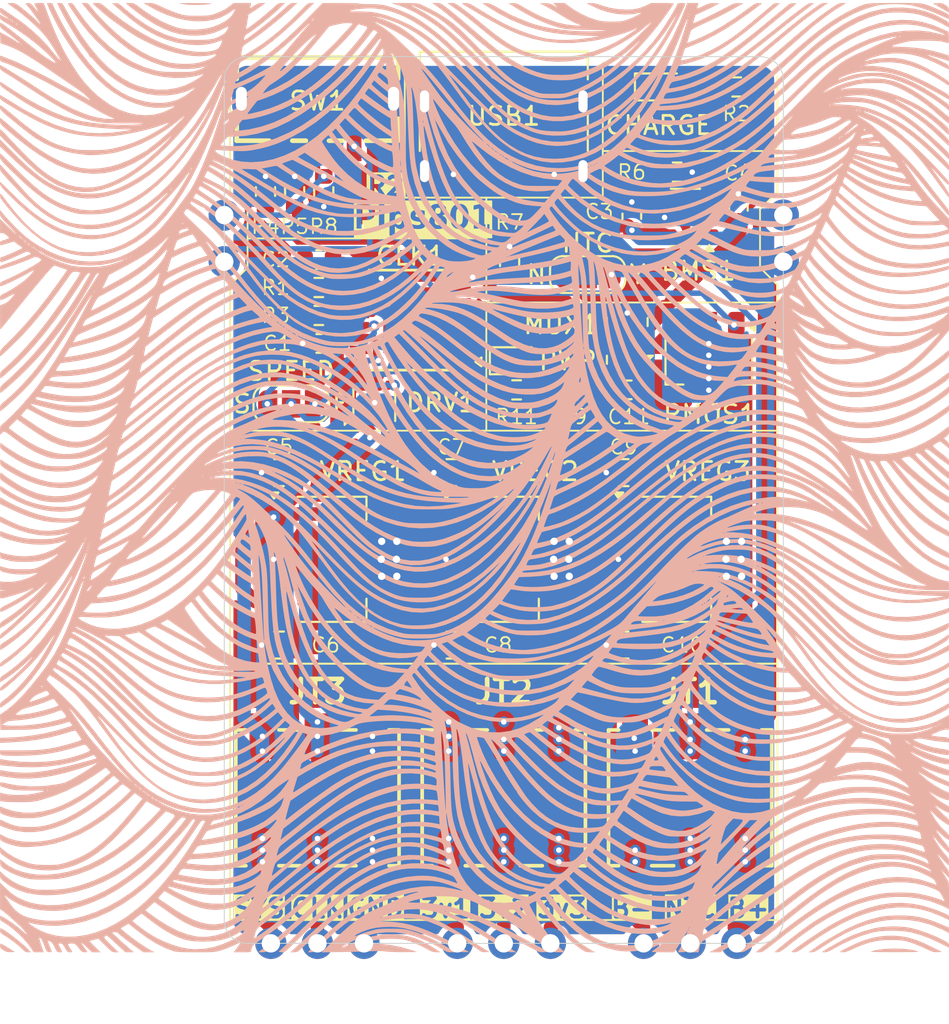
<source format=kicad_pcb>
(kicad_pcb (version 20241229) (generator "pcbnew") (generator_version "9.0")
  (title_block (title "Minibadge Devboard") (date "2025-10-07") (rev "R2") (company "pips.engineering") (comment 1 "Author: Pips801"))
  (layers (0 "F.Cu" signal) (2 "B.Cu" signal) (13 "F.Paste" user) (15 "B.Paste" user) (5 "F.SilkS" user "F.Silkscreen") (7 "B.SilkS" user "B.Silkscreen") (1 "F.Mask" user) (3 "B.Mask" user) (25 "Edge.Cuts" user))
  (net 0 "")
  (net 1 "Net-(BMS1-ISET)")
  (net 2 "VBUS")
  (net 3 "+BATT")
  (net 4 "CHG")
  (net 5 "-BATT")
  (net 6 "+3.3V-1")
  (net 7 "Net-(CLK1-~{Φ0})")
  (net 8 "SYS")
  (net 9 "+3.3V-2")
  (net 10 "+3.3V-3")
  (net 11 "Net-(D3-A)")
  (net 12 "NTC")
  (net 13 "CLK")
  (net 15 "Net-(USB1-CC1)")
  (net 16 "Net-(USB1-CC2)")
  (net 17 "CLK_LOW")
  (net 19 "GND")
  (net 22 "Net-(CLK1-Φ0)")
  (net 24 "Net-(CLK1-~{Φ1})")
  (net 28 "TS")
  (net 29 "VDD")
  (net 30 "SW2")
  (net 31 "SW1")
  (net 32 "FAST")
  (net 33 "SLOW")
  (net 34 "Net-(C2-Pad1)")
  (net 35 "Net-(SW4-A)")
  (net 37 "Net-(MUX1-SS)")
  (net 38 "Net-(MUX1-ILIM)")
  (net 39 "Net-(D2-A)")
  (footprint "Capacitor_SMD:C_0805_2012Metric" (layer "F.Cu") (at 102.906 59.4745)
    (property "Reference" "C7")
    (property "Value" "4.7uF")
  )
  (footprint "Capacitor_SMD:C_0603_1608Metric" (layer "F.Cu") (at 118.554422 45.056811 90)
    (property "Reference" "C4")
    (property "Value" "1uF")
  )
  (footprint "Package_TO_SOT_SMD:SOT-89-3" (layer "F.Cu") (at 116.942 53.315 -90)
    (property "Reference" "PMOS1")
    (property "Value" "PMOS")
  )
  (footprint "Resistor_SMD:R_0603_1608Metric" (layer "F.Cu") (at 118.466 38.456 180)
    (property "Reference" "R2")
    (property "Value" "200Ω")
  )
  (footprint "Castellated pins:Castellated pins 1x03" (layer "F.Cu") (at 105.766 85.1285)
    (property "Reference" "JC2" (hide yes))
    (property "Value" "+3.3v")
  )
  (footprint "Capacitor_SMD:C_0603_1608Metric" (layer "F.Cu") (at 112.5905 54.966)
    (property "Reference" "C11")
    (property "Value" "C_SS")
  )
  (footprint "Capacitor_SMD:C_0603_1608Metric" (layer "F.Cu") (at 95.691356 52.4335 180)
    (property "Reference" "C1")
    (property "Value" "0.1uF")
  )
  (footprint "Resistor_SMD:R_0603_1608Metric" (layer "F.Cu") (at 95.681356 49.3855)
    (property "Reference" "R1")
    (property "Value" "8.45kΩ")
  )
  (footprint "Connector_USB:USB_C_Receptacle_HRO_TYPE-C-31-M-17" (layer "F.Cu") (at 105.766 40.0435 180)
    (property "Reference" "USB1")
    (property "Value" "USB-C")
  )
  (footprint "Resistor_SMD:R_0603_1608Metric" (layer "F.Cu") (at 109.5425 54.966)
    (property "Reference" "R9")
    (property "Value" "R_ILIM")
  )
  (footprint "Capacitor_SMD:C_0805_2012Metric" (layer "F.Cu") (at 112.304 68.8725)
    (property "Reference" "C10")
    (property "Value" "4.7uF")
  )
  (footprint "Package_SON:WSON-8-1EP_2x2mm_P0.5mm_EP0.9x1.6mm" (layer "F.Cu") (at 98.7055 55.662 90)
    (property "Reference" "DRV1")
    (property "Value" "DRV8837C")
  )
  (footprint "WAGO 2059-303:2059-303" (layer "F.Cu") (at 115.926 77.2235 90)
    (property "Reference" "JT1")
    (property "Value" "BATT" (hide yes))
  )
  (footprint "Resistor_SMD:R_0603_1608Metric" (layer "F.Cu") (at 95.681356 50.9095)
    (property "Reference" "R3")
    (property "Value" "20kΩ")
  )
  (footprint "Castellated pins:Castellated pins 1x03" (layer "F.Cu") (at 115.926 85.1285)
    (property "Reference" "JC1" (hide yes))
    (property "Value" "BATT")
  )
  (footprint "Capacitor_SMD:C_0805_2012Metric" (layer "F.Cu") (at 112.304 59.4745)
    (property "Reference" "C9")
    (property "Value" "4.7uF")
  )
  (footprint "Package_SO:TSSOP-16-1EP_4.4x5mm_P0.65mm" (layer "F.Cu") (at 100.667 51.1635 180)
    (property "Reference" "CLK1")
    (property "Value" "74HC4060")
  )
  (footprint "Package_TO_SOT_SMD:SOT-23-6" (layer "F.Cu") (at 115.669922 45.567311 180)
    (property "Reference" "BMS1")
    (property "Value" "BQ21040DBV")
  )
  (footprint "Jumper:SolderJumper-3_P1.3mm_Open_RoundedPad1.0x1.5mm_NumberLabels" (layer "F.Cu") (at 110.338 48.6795)
    (property "Reference" "SW4")
    (property "Value" "NTC")
  )
  (footprint "Capacitor_SMD:C_0603_1608Metric" (layer "F.Cu") (at 112.745922 45.501311 90)
    (property "Reference" "C3")
    (property "Value" "1uF")
  )
  (footprint "Resistor_SMD:R_0603_1608Metric" (layer "F.Cu") (at 92.775416 44.155552 90)
    (property "Reference" "R4")
    (property "Value" "5.1kΩ")
  )
  (footprint "LED_SMD:LED_0603_1608Metric" (layer "F.Cu") (at 114.402 38.456)
    (property "Reference" "CHARGE")
    (property "Value" "RED")
  )
  (footprint "Package_TO_SOT_SMD:SOT-223-3_TabPin2" (layer "F.Cu") (at 105.766 64.1985)
    (property "Reference" "VREG2")
    (property "Value" "AP7361C-33E")
  )
  (footprint "Resistor_SMD:R_0603_1608Metric" (layer "F.Cu") (at 106.4645 54.966)
    (property "Reference" "R11")
    (property "Value" "200Ω")
  )
  (footprint "Resistor_SMD:R_0603_1608Metric" (layer "F.Cu") (at 115.21494 43.098478)
    (property "Reference" "R6")
    (property "Value" "675Ω")
  )
  (footprint "Resistor_SMD:R_0603_1608Metric" (layer "F.Cu") (at 95.950416 44.155552 -90)
    (property "Reference" "R8")
    (property "Value" "100kΩ")
  )
  (footprint "Capacitor_SMD:C_0805_2012Metric" (layer "F.Cu") (at 93.5105 68.8725)
    (property "Reference" "C6")
    (property "Value" "4.7uF")
  )
  (footprint "Package_TO_SOT_SMD:SOT-223-3_TabPin2" (layer "F.Cu") (at 96.368 64.1985)
    (property "Reference" "VREG1")
    (property "Value" "AP7361C-33E")
  )
  (footprint "Package_TO_SOT_SMD:SOT-223-3_TabPin2" (layer "F.Cu") (at 115.164 64.1985)
    (property "Reference" "VREG3")
    (property "Value" "AP7361C-33E")
  )
  (footprint "Capacitor_SMD:C_0805_2012Metric" (layer "F.Cu") (at 102.9085 68.8725)
    (property "Reference" "C8")
    (property "Value" "4.7uF")
  )
  (footprint "LED_SMD:LED_0603_1608Metric" (layer "F.Cu") (at 106.49 53.3785)
    (property "Reference" "PWR")
    (property "Value" "RED")
  )
  (footprint "Capacitor_SMD:C_0805_2012Metric" (layer "F.Cu") (at 93.508 59.4745)
    (property "Reference" "C5")
    (property "Value" "4.7uF")
  )
  (footprint "Resistor_SMD:R_0603_1608Metric" (layer "F.Cu") (at 94.362916 44.155552 90)
    (property "Reference" "R5")
    (property "Value" "5.1kΩ")
  )
  (footprint "Jumper:SolderJumper-3_P1.3mm_Open_RoundedPad1.0x1.5mm_NumberLabels" (layer "F.Cu") (at 94.1705 55.728)
    (property "Reference" "SW3")
    (property "Value" "SPEED")
  )
  (footprint "Package_DFN_QFN:Texas_VQFN-HR-12_2x2.5mm_P0.5mm" (layer "F.Cu") (at 112.497 52.294589 180)
    (property "Reference" "MUX1")
    (property "Value" "TPS2121")
  )
  (footprint "SK12D07VG3-T:SW-SMD_SK12D07VG3-T" (layer "F.Cu") (at 95.606 40.4245 180)
    (property "Reference" "SW1")
    (property "Value" "Power")
  )
  (footprint "Castellated pins:Castellated pins 1x03" (layer "F.Cu") (at 95.606 85.1285)
    (property "Reference" "JC3" (hide yes))
    (property "Value" "System")
  )
  (footprint "Castellated pins:Castellated pins 1x02" (layer "F.Cu") (at 121.006 47.981 90)
    (property "Reference" "J1" (hide yes))
    (property "Value" "External power")
  )
  (footprint "Resistor_SMD:R_0603_1608Metric" (layer "F.Cu") (at 106.0835 47.981 90)
    (property "Reference" "R7")
    (property "Value" "10kΩ")
  )
  (footprint "WAGO 2059-303:2059-303" (layer "F.Cu") (at 95.606 77.2235 90)
    (property "Reference" "JT3")
    (property "Value" "System" (hide yes))
  )
  (footprint "Capacitor_SMD:C_0603_1608Metric" (layer "F.Cu") (at 95.681356 47.8615)
    (property "Reference" "C2")
    (property "Value" "0.1uF")
  )
  (footprint "Castellated pins:Castellated pins 1x02" (layer "F.Cu") (at 90.526 47.981 90)
    (property "Reference" "J2" (hide yes))
    (property "Value" "External switch")
  )
  (footprint "WAGO 2059-303:2059-303" (layer "F.Cu") (at 105.766 77.2235 90)
    (property "Reference" "JT2")
    (property "Value" "+3.3v" (hide yes))
  )
  (footprint "LOGO" (layer "B.Cu") (at 104.1785 59.7285 90)
    (property "Reference" "G***" (hide yes))
    (property "Value" "LOGO" (hide yes))
  )
  (footprint "NetTie:NetTie-2_SMD_Pad2.0mm" (layer "B.Cu") (at 112.878 75.9525 90)
    (property "Reference" "NT1" (hide yes))
    (property "Value" "NetTie_2" (hide yes))
  )
  (gr_line (start 119.736 45.1235) (end 119.736 48.2985) (stroke (width 0.1)) (layer "F.SilkS"))
  (gr_line (start 111.1635 37.1225) (end 111.1635 41.9485) (stroke (width 0.1)) (layer "F.SilkS"))
  (gr_line (start 90.8435 44.171) (end 90.8435 37.8845) (stroke (width 0.1)) (layer "F.SilkS"))
  (gr_line (start 120.6885 41.9485) (end 111.1635 41.9485) (stroke (width 0.1)) (layer "F.SilkS"))
  (gr_line (start 104.8135 46.711) (end 104.8135 44.4885) (stroke (width 0.1)) (layer "F.SilkS"))
  (gr_rect (start 90.8435 69.8885) (end 120.6885 83.8585) (stroke (width 0.1)) (fill no) (layer "F.SilkS"))
  (gr_line (start 120.6885 44.171) (end 119.736 45.1235) (stroke (width 0.1)) (layer "F.SilkS"))
  (gr_line (start 120.6885 41.9485) (end 120.6885 37.8845) (stroke (width 0.1)) (layer "F.SilkS"))
  (gr_line (start 100.3685 44.4885) (end 104.8135 44.4885) (stroke (width 0.1)) (layer "F.SilkS"))
  (gr_line (start 90.8435 36.786) (end 100.3685 36.786) (stroke (width 0.1)) (layer "F.SilkS"))
  (gr_line (start 104.8135 46.711) (end 104.8135 57.1885) (stroke (width 0.1)) (layer "F.SilkS"))
  (gr_rect (start 90.8435 57.1885) (end 120.6885 69.8885) (stroke (width 0.1)) (fill no) (layer "F.SilkS"))
  (gr_line (start 120.6885 44.171) (end 120.6885 41.9485) (stroke (width 0.1)) (layer "F.SilkS"))
  (gr_line (start 91.796 45.1235) (end 90.8435 44.171) (stroke (width 0.1)) (layer "F.SilkS"))
  (gr_line (start 100.3685 37.1225) (end 100.3685 44.4885) (stroke (width 0.1)) (layer "F.SilkS"))
  (gr_rect (start 98.285657 43.11166) (end 98.378761 44.5811) (fill yes) (layer "F.SilkS"))
  (gr_line (start 104.8135 46.711) (end 91.796 46.711) (stroke (width 0.1)) (layer "F.SilkS"))
  (gr_line (start 119.736 48.2985) (end 120.6885 49.251) (stroke (width 0.1)) (layer "F.SilkS"))
  (gr_line (start 91.796 48.2985) (end 91.796 45.1235) (stroke (width 0.1)) (layer "F.SilkS"))
  (gr_line (start 104.877 50.2035) (end 120.625 50.2035) (stroke (width 0.1)) (layer "F.SilkS"))
  (gr_line (start 90.8435 49.251) (end 91.796 48.2985) (stroke (width 0.1)) (layer "F.SilkS"))
  (gr_line (start 111.1635 41.9485) (end 111.1635 44.4885) (stroke (width 0.1)) (layer "F.SilkS"))
  (gr_line (start 111.1635 44.4885) (end 104.8135 44.4885) (stroke (width 0.1)) (layer "F.SilkS"))
  (gr_line (start 90.8435 57.1885) (end 90.8435 49.251) (stroke (width 0.1)) (layer "F.SilkS"))
  (gr_line (start 120.6885 57.1885) (end 120.6885 49.251) (stroke (width 0.1)) (layer "F.SilkS"))
  (gr_line (start 91.796 36.805) (end 119.736 36.805) (stroke (width 0.05)) (layer "Edge.Cuts"))
  (gr_line (start 90.526 83.8585) (end 90.526 38.075) (stroke (width 0.05)) (layer "Edge.Cuts"))
  (gr_arc (start 91.796 85.1285) (mid 90.897974 84.756526) (end 90.526 83.8585) (stroke (width 0.05)) (layer "Edge.Cuts"))
  (gr_line (start 119.736 85.1285) (end 91.796 85.1285) (stroke (width 0.05)) (layer "Edge.Cuts"))
  (gr_line (start 121.006 38.075) (end 121.006 83.8585) (stroke (width 0.05)) (layer "Edge.Cuts"))
  (gr_arc (start 121.006 83.8585) (mid 120.634026 84.756526) (end 119.736 85.1285) (stroke (width 0.05)) (layer "Edge.Cuts"))
  (gr_arc (start 90.526 38.075) (mid 90.897974 37.176974) (end 91.796 36.805) (stroke (width 0.05)) (layer "Edge.Cuts"))
  (gr_arc (start 119.736 36.805) (mid 120.634026 37.176974) (end 121.006 38.075) (stroke (width 0.05)) (layer "Edge.Cuts"))
  (gr_text "B-" (at 112.751 83.2235 0) (layer "F.SilkS" knockout) (effects (font (size 1 1) (thickness 0.2))))
  (gr_text "${REVISION}" (at 98.2095 44.466569 0) (layer "F.SilkS" knockout) (effects (font (size 1 1) (thickness 0.22)) (justify left bottom)))
  (gr_text "NTC" (at 115.926 83.2235 0) (layer "F.SilkS" knockout) (effects (font (size 1 1) (thickness 0.2))))
  (gr_text "CLK" (at 95.606 83.2235 0) (layer "F.SilkS" knockout) (effects (font (size 1 1) (thickness 0.2))))
  (gr_text "B+" (at 119.101 83.2235 0) (layer "F.SilkS" knockout) (effects (font (size 1 1) (thickness 0.2))))
  (gr_text "3v3" (at 108.941 83.2235 0) (layer "F.SilkS" knockout) (effects (font (size 1 1) (thickness 0.2))))
  (gr_text "3v2" (at 105.766 83.2235 0) (layer "F.SilkS" knockout) (effects (font (size 1 1) (thickness 0.2))))
  (gr_text "3v1" (at 102.591 83.2235 0) (layer "F.SilkS" knockout) (effects (font (size 1 1) (thickness 0.2))))
  (gr_text "SYS" (at 92.431 83.2235 0) (layer "F.SilkS" knockout) (effects (font (size 1 1) (thickness 0.2))))
  (gr_text "Pips801" (at 97.587359 46.39649 0) (layer "F.SilkS" knockout) (effects (font (size 1.3 1.2) (thickness 0.3) (bold yes)) (justify left bottom)))
  (gr_text "GND" (at 98.781 83.2235 0) (layer "F.SilkS" knockout) (effects (font (size 1 1) (thickness 0.2))))
  (segment (start 114.38994 43.098478) (end 114.397922 43.10646) (width 0.3) (layer "F.Cu") (net 1))
  (segment (start 114.397922 43.10646) (end 114.397922 44.482811) (width 0.3) (layer "F.Cu") (net 1))
  (segment (start 114.397922 44.482811) (end 114.532422 44.617311) (width 0.3) (layer "F.Cu") (net 1))
  (segment (start 105.372 46.0255) (end 105.004 46.3935) (width 0.735) (layer "F.Cu") (net 2))
  (segment (start 106.753816 41.855) (end 104.5375 41.855) (width 0.735) (layer "F.Cu") (net 2))
  (segment (start 107.286 42.387184) (end 106.753816 41.855) (width 0.735) (layer "F.Cu") (net 2))
  (segment (start 112.745922 46.276311) (end 112.986922 46.517311) (width 0.735) (layer "F.Cu") (net 2))
  (segment (start 108.941 46.0255) (end 105.372 46.0255) (width 0.735) (layer "F.Cu") (net 2))
  (segment (start 105.548998 50.14) (end 109.1315 50.14) (width 0.735) (layer "F.Cu") (net 2))
  (segment (start 107.286 43.2235) (end 107.286 44.1115) (width 0.735) (layer "F.Cu") (net 2))
  (segment (start 109.8935 46.0255) (end 108.941 46.0255) (width 0.735) (layer "F.Cu") (net 2))
  (segment (start 105.004 46.3935) (end 105.004 49.595002) (width 0.735) (layer "F.Cu") (net 2))
  (segment (start 109.1315 50.14) (end 109.449 50.4575) (width 0.735) (layer "F.Cu") (net 2))
  (segment (start 104.5375 41.855) (end 104.246 42.1465) (width 0.735) (layer "F.Cu") (net 2))
  (segment (start 112.986922 46.517311) (end 114.532422 46.517311) (width 0.735) (layer "F.Cu") (net 2))
  (segment (start 112.536182 46.0255) (end 112.745922 46.23524) (width 0.735) (layer "F.Cu") (net 2))
  (segment (start 107.036 46.0255) (end 112.536182 46.0255) (width 0.735) (layer "F.Cu") (net 2))
  (segment (start 109.449 50.4575) (end 109.449 50.5845) (width 0.735) (layer "F.Cu") (net 2))
  (segment (start 105.004 49.595002) (end 105.548998 50.14) (width 0.735) (layer "F.Cu") (net 2))
  (segment (start 112.745922 46.23524) (end 112.745922 46.276311) (width 0.735) (layer "F.Cu") (net 2))
  (segment (start 107.036 46.0255) (end 109.8935 46.0255) (width 0.735) (layer "F.Cu") (net 2))
  (segment (start 107.286 44.1115) (end 105.004 46.3935) (width 0.735) (layer "F.Cu") (net 2))
  (segment (start 104.246 42.1465) (end 104.246 43.2235) (width 0.735) (layer "F.Cu") (net 2))
  (segment (start 107.286 43.2235) (end 107.286 42.387184) (width 0.735) (layer "F.Cu") (net 2))
  (via (at 112.751 46.2665) (size 0.6) (drill 0.3) (layers "F.Cu" "B.Cu") (net 2))
  (segment (start 117.831 46.711) (end 119.101 45.441) (width 0.735) (layer "B.Cu") (net 2))
  (segment (start 113.1955 46.711) (end 117.831 46.711) (width 0.735) (layer "B.Cu") (net 2))
  (segment (start 119.101 45.441) (end 120.1375 45.441) (width 0.735) (layer "B.Cu") (net 2))
  (segment (start 112.751 46.2665) (end 113.1955 46.711) (width 0.735) (layer "B.Cu") (net 2))
  (segment (start 119.736 42.1385) (end 119.291 41.6935) (width 0.3) (layer "F.Cu") (net 3))
  (segment (start 116.807422 45.567311) (end 117.81251 45.567311) (width 0.735) (layer "F.Cu") (net 3))
  (segment (start 118.926 79.4135) (end 118.926 74.651) (width 1) (layer "F.Cu") (net 3))
  (segment (start 118.926 83.8) (end 118.466 84.26) (width 1) (layer "F.Cu") (net 3))
  (segment (start 118.456403 46.9015) (end 118.1485 46.9015) (width 0.735) (layer "F.Cu") (net 3))
  (segment (start 119.291 41.6935) (end 119.291 38.456) (width 0.3) (layer "F.Cu") (net 3))
  (segment (start 118.926 74.016) (end 118.926 73.8485) (width 1) (layer "F.Cu") (net 3))
  (segment (start 118.926 80.0485) (end 118.926 80.6835) (width 1) (layer "F.Cu") (net 3))
  (segment (start 118.07701 45.831811) (end 118.554422 45.831811) (width 0.735) (layer "F.Cu") (net 3))
  (segment (start 118.926 73.8485) (end 120.117 72.6575) (width 1) (layer "F.Cu") (net 3))
  (segment (start 118.554422 46.214884) (end 118.554422 45.831811) (width 1) (layer "F.Cu") (net 3))
  (segment (start 118.456403 46.312903) (end 118.554422 46.214884) (width 1) (layer "F.Cu") (net 3))
  (segment (start 118.6395 45.746733) (end 118.6395 45.581) (width 0.3) (layer "F.Cu") (net 3))
  (segment (start 118.926 80.0485) (end 118.926 79.4135) (width 1) (layer "F.Cu") (net 3))
  (segment (start 118.926 80.6835) (end 118.926 83.8) (width 1) (layer "F.Cu") (net 3))
  (segment (start 117.81251 45.567311) (end 118.07701 45.831811) (width 0.735) (layer "F.Cu") (net 3))
  (segment (start 118.6395 45.581) (end 119.736 44.4845) (width 0.3) (layer "F.Cu") (net 3))
  (segment (start 120.117 49.3145) (end 118.456403 47.653903) (width 1) (layer "F.Cu") (net 3))
  (segment (start 118.554422 45.831811) (end 118.6395 45.746733) (width 0.3) (layer "F.Cu") (net 3))
  (segment (start 118.1485 46.9015) (end 114.87825 50.17175) (width 0.735) (layer "F.Cu") (net 3))
  (segment (start 119.736 44.4845) (end 119.736 42.1385) (width 0.3) (layer "F.Cu") (net 3))
  (segment (start 118.456403 47.653903) (end 118.456403 46.312903) (width 1) (layer "F.Cu") (net 3))
  (segment (start 120.117 72.6575) (end 120.117 49.3145) (width 1) (layer "F.Cu") (net 3))
  (segment (start 118.926 74.651) (end 118.926 74.016) (width 1) (layer "F.Cu") (net 3))
  (via (at 118.926 74.651) (size 0.6) (drill 0.3) (layers "F.Cu" "B.Cu") (net 3))
  (via (at 118.926 74.016) (size 0.6) (drill 0.3) (layers "F.Cu" "B.Cu") (net 3))
  (via (at 118.926 80.6835) (size 0.6) (drill 0.3) (layers "F.Cu" "B.Cu") (net 3))
  (via (at 118.926 79.4135) (size 0.6) (drill 0.3) (layers "F.Cu" "B.Cu") (net 3))
  (via (at 118.926 80.0485) (size 0.6) (drill 0.3) (layers "F.Cu" "B.Cu") (net 3))
  (segment (start 113.6145 38.9005) (end 113.6145 38.456) (width 0.3) (layer "F.Cu") (net 4))
  (segment (start 117.196 43.80088) (end 117.196 42.5835) (width 0.3) (layer "F.Cu") (net 4))
  (segment (start 116.807422 44.617311) (end 116.807422 44.189458) (width 0.3) (layer "F.Cu") (net 4))
  (segment (start 116.807422 44.189458) (end 117.196 43.80088) (width 0.3) (layer "F.Cu") (net 4))
  (segment (start 117.196 42.5835) (end 115.926 41.3135) (width 0.3) (layer "F.Cu") (net 4))
  (segment (start 113.551 40.8435) (end 113.551 38.964) (width 0.3) (layer "F.Cu") (net 4))
  (segment (start 114.021 41.3135) (end 113.551 40.8435) (width 0.3) (layer "F.Cu") (net 4))
  (segment (start 113.551 38.964) (end 113.6145 38.9005) (width 0.3) (layer "F.Cu") (net 4))
  (segment (start 115.926 41.3135) (end 114.021 41.3135) (width 0.3) (layer "F.Cu") (net 4))
  (segment (start 112.926 83.8) (end 113.386 84.26) (width 0.735) (layer "F.Cu") (net 5))
  (segment (start 112.926 74.651) (end 112.926 74.0005) (width 0.735) (layer "F.Cu") (net 5))
  (segment (start 112.926 80.0485) (end 112.926 74.651) (width 0.735) (layer "F.Cu") (net 5))
  (segment (start 112.926 80.0485) (end 112.926 80.6835) (width 0.735) (layer "F.Cu") (net 5))
  (segment (start 112.926 74.0005) (end 112.878 73.9525) (width 0.735) (layer "F.Cu") (net 5))
  (segment (start 112.926 80.6835) (end 112.926 83.8) (width 0.735) (layer "F.Cu") (net 5))
  (via (at 112.878 73.9525) (size 0.6) (drill 0.3) (layers "F.Cu" "B.Cu") (net 5))
  (via (at 112.926 80.6835) (size 0.6) (drill 0.3) (layers "F.Cu" "B.Cu") (net 5))
  (via (at 112.926 74.651) (size 0.6) (drill 0.3) (layers "F.Cu" "B.Cu") (net 5))
  (via (at 112.926 80.0485) (size 0.6) (drill 0.3) (layers "F.Cu" "B.Cu") (net 5))
  (segment (start 96.6745 56.983) (end 96.6745 53.6325) (width 0.735) (layer "F.Cu") (net 6))
  (segment (start 95.809 57.8485) (end 96.6745 56.983) (width 0.735) (layer "F.Cu") (net 6))
  (segment (start 91.4895 58.4975) (end 92.1385 57.8485) (width 0.735) (layer "F.Cu") (net 6))
  (segment (start 96.6745 53.6325) (end 96.725 53.582) (width 0.735) (layer "F.Cu") (net 6))
  (segment (start 92.1385 57.8485) (end 95.809 57.8485) (width 0.735) (layer "F.Cu") (net 6))
  (segment (start 102.766 83.8) (end 103.226 84.26) (width 0.735) (layer "F.Cu") (net 6))
  (segment (start 94.4605 68.8725) (end 97.79 68.8725) (width 1) (layer "F.Cu") (net 6))
  (segment (start 96.466356 52.550856) (end 96.466356 52.4335) (width 0.735) (layer "F.Cu") (net 6))
  (segment (start 102.766 80.6835) (end 102.766 83.8) (width 0.735) (layer "F.Cu") (net 6))
  (segment (start 102.766 72.6035) (end 102.766 73.0635) (width 1) (layer "F.Cu") (net 6))
  (segment (start 96.725 53.582) (end 97.892 53.582) (width 0.735) (layer "F.Cu") (net 6))
  (segment (start 92.218 66.4985) (end 91.4895 65.77) (width 0.735) (layer "F.Cu") (net 6))
  (segment (start 102.766 74.651) (end 102.766 79.4135) (width 0.735) (layer "F.Cu") (net 6))
  (segment (start 94.0185 67.741) (end 94.0185 67.299) (width 1) (layer "F.Cu") (net 6))
  (segment (start 100.3935 71.476) (end 101.6385 71.476) (width 1) (layer "F.Cu") (net 6))
  (segment (start 93.218 66.4985) (end 92.218 66.4985) (width 0.735) (layer "F.Cu") (net 6))
  (segment (start 102.766 79.4135) (end 102.766 80.0485) (width 0.735) (layer "F.Cu") (net 6))
  (segment (start 94.4605 68.8725) (end 94.4605 68.183) (width 1) (layer "F.Cu") (net 6))
  (segment (start 91.4895 65.77) (end 91.4895 58.4975) (width 0.735) (layer "F.Cu") (net 6))
  (segment (start 94.0185 67.299) (end 93.218 66.4985) (width 1) (layer "F.Cu") (net 6))
  (segment (start 102.766 73.8485) (end 102.766 74.651) (width 0.735) (layer "F.Cu") (net 6))
  (segment (start 94.4605 68.183) (end 94.0185 67.741) (width 1) (layer "F.Cu") (net 6))
  (segment (start 97.79 68.8725) (end 100.3935 71.476) (width 1) (layer "F.Cu") (net 6))
  (segment (start 96.6745 53.6325) (end 96.6745 52.759) (width 0.735) (layer "F.Cu") (net 6))
  (segment (start 96.6745 52.759) (end 96.466356 52.550856) (width 0.735) (layer "F.Cu") (net 6))
  (segment (start 102.766 80.0485) (end 102.766 80.6835) (width 0.735) (layer "F.Cu") (net 6))
  (segment (start 101.6385 71.476) (end 102.766 72.6035) (width 1) (layer "F.Cu") (net 6))
  (segment (start 102.766 73.0635) (end 102.766 73.8485) (width 1) (layer "F.Cu") (net 6))
  (via (at 102.766 73.0635) (size 0.6) (drill 0.3) (layers "F.Cu" "B.Cu") (net 6))
  (via (at 102.766 79.4135) (size 0.6) (drill 0.3) (layers "F.Cu" "B.Cu") (net 6))
  (via (at 102.766 80.6835) (size 0.6) (drill 0.3) (layers "F.Cu" "B.Cu") (net 6))
  (via (at 102.766 73.8485) (size 0.6) (drill 0.3) (layers "F.Cu" "B.Cu") (net 6))
  (via (at 102.766 80.0485) (size 0.6) (drill 0.3) (layers "F.Cu" "B.Cu") (net 6))
  (via (at 102.766 74.651) (size 0.6) (drill 0.3) (layers "F.Cu" "B.Cu") (net 6))
  (segment (start 96.456356 47.8615) (end 97.0105 47.8615) (width 0.3) (layer "F.Cu") (net 7))
  (segment (start 97.0105 47.8615) (end 97.892 48.743) (width 0.3) (layer "F.Cu") (net 7))
  (segment (start 97.892 48.743) (end 97.892 48.8885) (width 0.3) (layer "F.Cu") (net 7))
  (segment (start 103.856 56.7495) (end 105.6395 54.966) (width 0.735) (layer "F.Cu") (net 8))
  (segment (start 94.458 59.4745) (end 94.458 60.6585) (width 0.735) (layer "F.Cu") (net 8))
  (segment (start 102.616 61.8985) (end 102.4475 61.73) (width 0.735) (layer "F.Cu") (net 8))
  (segment (start 103.856 59.4745) (end 103.856 56.7495) (width 0.735) (layer "F.Cu") (net 8))
  (segment (start 102.4475 61.73) (end 93.3865 61.73) (width 0.735) (layer "F.Cu") (net 8))
  (segment (start 93.3865 61.73) (end 93.218 61.8985) (width 0.735) (layer "F.Cu") (net 8))
  (segment (start 113.254 59.4745) (end 113.254 60.6585) (width 0.735) (layer "F.Cu") (net 8))
  (segment (start 111.8455 61.73) (end 102.7845 61.73) (width 0.735) (layer "F.Cu") (net 8))
  (segment (start 102.7845 61.73) (end 102.616 61.8985) (width 0.735) (layer "F.Cu") (net 8))
  (segment (start 92.606 79.4135) (end 92.606 80.0485) (width 0.735) (layer "F.Cu") (net 8))
  (segment (start 103.856 60.6585) (end 102.616 61.8985) (width 0.735) (layer "F.Cu") (net 8))
  (segment (start 113.254 59.4745) (end 116.942 55.7865) (width 0.735) (layer "F.Cu") (net 8))
  (segment (start 116.942 55.7865) (end 116.942 51.4525) (width 0.735) (layer "F.Cu") (net 8))
  (segment (start 94.458 60.6585) (end 93.218 61.8985) (width 0.735) (layer "F.Cu") (net 8))
  (segment (start 92.606 80.0485) (end 92.606 80.6835) (width 0.735) (layer "F.Cu") (net 8))
  (segment (start 103.856 59.4745) (end 103.856 60.6585) (width 0.735) (layer "F.Cu") (net 8))
  (segment (start 92.606 80.6835) (end 92.606 83.8) (width 0.735) (layer "F.Cu") (net 8))
  (segment (start 92.606 83.8) (end 93.066 84.26) (width 0.735) (layer "F.Cu") (net 8))
  (segment (start 92.606 74.651) (end 92.606 79.4135) (width 0.735) (layer "F.Cu") (net 8))
  (segment (start 113.254 60.6585) (end 112.014 61.8985) (width 0.735) (layer "F.Cu") (net 8))
  (segment (start 112.014 61.8985) (end 111.8455 61.73) (width 0.735) (layer "F.Cu") (net 8))
  (via (at 116.942 54.9835) (size 0.6) (drill 0.3) (layers "F.Cu" "B.Cu") (net 8))
  (via (at 92.606 80.0485) (size 0.6) (drill 0.3) (layers "F.Cu" "B.Cu") (net 8))
  (via (at 116.942 52.4435) (size 0.6) (drill 0.3) (layers "F.Cu" "B.Cu") (net 8))
  (via (at 92.606 73.8485) (size 0.6) (drill 0.3) (layers "F.Cu" "B.Cu") (net 8))
  (via (at 116.942 54.3485) (size 0.6) (drill 0.3) (layers "F.Cu" "B.Cu") (net 8))
  (via (at 116.942 53.7135) (size 0.6) (drill 0.3) (layers "F.Cu" "B.Cu") (net 8))
  (via (at 93.218 61.8985) (size 0.6) (drill 0.3) (layers "F.Cu" "B.Cu") (net 8))
  (via (at 92.606 74.651) (size 0.6) (drill 0.3) (layers "F.Cu" "B.Cu") (net 8))
  (via (at 92.606 79.4135) (size 0.6) (drill 0.3) (layers "F.Cu" "B.Cu") (net 8))
  (via (at 116.942 53.0785) (size 0.6) (drill 0.3) (layers "F.Cu" "B.Cu") (net 8))
  (via (at 92.606 80.6835) (size 0.6) (drill 0.3) (layers "F.Cu" "B.Cu") (net 8))
  (segment (start 93.218 61.8985) (end 91.6055 63.511) (width 0.735) (layer "B.Cu") (net 8))
  (segment (start 91.6055 72.848) (end 92.606 73.8485) (width 0.735) (layer "B.Cu") (net 8))
  (segment (start 92.606 73.8485) (end 92.606 74.651) (width 0.735) (layer "B.Cu") (net 8))
  (segment (start 91.6055 63.511) (end 91.6055 72.848) (width 0.735) (layer "B.Cu") (net 8))
  (segment (start 105.766 80.6835) (end 105.766 84.26) (width 0.735) (layer "F.Cu") (net 9))
  (segment (start 105.766 73.0635) (end 105.766 70.78) (width 1) (layer "F.Cu") (net 9))
  (segment (start 105.766 73.8485) (end 105.766 74.016) (width 0.735) (layer "F.Cu") (net 9))
  (segment (start 105.766 74.651) (end 105.766 79.4135) (width 0.735) (layer "F.Cu") (net 9))
  (segment (start 103.8585 67.741) (end 102.616 66.4985) (width 1) (layer "F.Cu") (net 9))
  (segment (start 105.766 73.8485) (end 105.766 73.0635) (width 1) (layer "F.Cu") (net 9))
  (segment (start 103.8585 68.8725) (end 103.8585 67.741) (width 1) (layer "F.Cu") (net 9))
  (segment (start 105.766 79.4135) (end 105.766 80.0485) (width 0.735) (layer "F.Cu") (net 9))
  (segment (start 105.766 80.0485) (end 105.766 80.6835) (width 0.735) (layer "F.Cu") (net 9))
  (segment (start 105.766 74.016) (end 105.766 74.651) (width 0.735) (layer "F.Cu") (net 9))
  (segment (start 105.766 70.78) (end 103.8585 68.8725) (width 1) (layer "F.Cu") (net 9))
  (via (at 105.766 74.016) (size 0.6) (drill 0.3) (layers "F.Cu" "B.Cu") (net 9))
  (via (at 105.766 74.651) (size 0.6) (drill 0.3) (layers "F.Cu" "B.Cu") (net 9))
  (via (at 105.766 73.0635) (size 0.6) (drill 0.3) (layers "F.Cu" "B.Cu") (net 9))
  (via (at 105.766 79.4135) (size 0.6) (drill 0.3) (layers "F.Cu" "B.Cu") (net 9))
  (via (at 105.766 80.6835) (size 0.6) (drill 0.3) (layers "F.Cu" "B.Cu") (net 9))
  (via (at 105.766 80.0485) (size 0.6) (drill 0.3) (layers "F.Cu" "B.Cu") (net 9))
  (segment (start 111.7735 70.841) (end 109.576 70.841) (width 1) (layer "F.Cu") (net 10))
  (segment (start 108.766 80.0485) (end 108.766 80.6835) (width 0.735) (layer "F.Cu") (net 10))
  (segment (start 108.766 80.6835) (end 108.766 83.8) (width 0.735) (layer "F.Cu") (net 10))
  (segment (start 108.766 73.8485) (end 108.766 74.016) (width 0.735) (layer "F.Cu") (net 10))
  (segment (start 109.576 70.841) (end 108.766 71.651) (width 1) (layer "F.Cu") (net 10))
  (segment (start 113.254 69.3605) (end 111.7735 70.841) (width 1) (layer "F.Cu") (net 10))
  (segment (start 113.254 68.8725) (end 113.254 67.7385) (width 1) (layer "F.Cu") (net 10))
  (segment (start 108.766 83.8) (end 108.306 84.26) (width 0.735) (layer "F.Cu") (net 10))
  (segment (start 113.254 67.7385) (end 112.014 66.4985) (width 1) (layer "F.Cu") (net 10))
  (segment (start 108.766 73.381) (end 108.766 73.8485) (width 1) (layer "F.Cu") (net 10))
  (segment (start 108.766 79.4135) (end 108.766 80.0485) (width 0.735) (layer "F.Cu") (net 10))
  (segment (start 108.766 71.651) (end 108.766 73.381) (width 1) (layer "F.Cu") (net 10))
  (segment (start 113.254 68.8725) (end 113.254 69.3605) (width 1) (layer "F.Cu") (net 10))
  (segment (start 108.766 74.016) (end 108.766 74.651) (width 0.735) (layer "F.Cu") (net 10))
  (segment (start 108.766 74.651) (end 108.766 79.4135) (width 0.735) (layer "F.Cu") (net 10))
  (via (at 108.766 74.651) (size 0.6) (drill 0.3) (layers "F.Cu" "B.Cu") (net 10))
  (via (at 108.766 73.381) (size 0.6) (drill 0.3) (layers "F.Cu" "B.Cu") (net 10))
  (via (at 108.766 80.0485) (size 0.6) (drill 0.3) (layers "F.Cu" "B.Cu") (net 10))
  (via (at 108.766 74.016) (size 0.6) (drill 0.3) (layers "F.Cu" "B.Cu") (net 10))
  (via (at 108.766 79.4135) (size 0.6) (drill 0.3) (layers "F.Cu" "B.Cu") (net 10))
  (via (at 108.766 80.6835) (size 0.6) (drill 0.3) (layers "F.Cu" "B.Cu") (net 10))
  (segment (start 117.641 38.456) (end 115.1895 38.456) (width 0.2) (layer "F.Cu") (net 11))
  (segment (start 115.926 74.651) (end 115.926 79.4135) (width 0.3) (layer "F.Cu") (net 12))
  (segment (start 115.926 80.0485) (end 115.926 80.6835) (width 0.3) (layer "F.Cu") (net 12))
  (segment (start 115.926 74.016) (end 115.926 74.651) (width 0.3) (layer "F.Cu") (net 12))
  (segment (start 115.926 73.8485) (end 115.9235 73.846) (width 0.3) (layer "F.Cu") (net 12))
  (segment (start 115.926 79.4135) (end 115.926 80.0485) (width 0.3) (layer "F.Cu") (net 12))
  (segment (start 115.926 73.8485) (end 115.926 74.016) (width 0.3) (layer "F.Cu") (net 12))
  (segment (start 115.926 73.0635) (end 115.926 73.8485) (width 0.3) (layer "F.Cu") (net 12))
  (segment (start 115.926 80.6835) (end 115.926 84.5275) (width 0.3) (layer "F.Cu") (net 12))
  (via (at 111.638 48.6795) (size 0.6) (drill 0.3) (layers "F.Cu" "B.Cu") (net 12))
  (via (at 115.926 73.0635) (size 0.6) (drill 0.3) (layers "F.Cu" "B.Cu") (net 12))
  (via (at 115.926 74.016) (size 0.6) (drill 0.3) (layers "F.Cu" "B.Cu") (net 12))
  (via (at 115.926 80.0485) (size 0.6) (drill 0.3) (layers "F.Cu" "B.Cu") (net 12))
  (via (at 115.926 79.4135) (size 0.6) (drill 0.3) (layers "F.Cu" "B.Cu") (net 12))
  (via (at 115.926 74.651) (size 0.6) (drill 0.3) (layers "F.Cu" "B.Cu") (net 12))
  (via (at 115.926 80.6835) (size 0.6) (drill 0.3) (layers "F.Cu" "B.Cu") (net 12))
  (segment (start 115.926 73.0635) (end 115.926 69.748) (width 0.3) (layer "B.Cu") (net 12))
  (segment (start 115.926 73.0635) (end 115.926 74.651) (width 0.3) (layer "B.Cu") (net 12))
  (segment (start 115.926 69.748) (end 119.6725 66.0015) (width 0.3) (layer "B.Cu") (net 12))
  (segment (start 119.6725 51.4735) (end 116.8785 48.6795) (width 0.3) (layer "B.Cu") (net 12))
  (segment (start 116.8785 48.6795) (end 111.638 48.6795) (width 0.3) (layer "B.Cu") (net 12))
  (segment (start 119.6725 66.0015) (end 119.6725 51.4735) (width 0.3) (layer "B.Cu") (net 12))
  (segment (start 95.606 79.4135) (end 95.606 80.0485) (width 0.7) (layer "F.Cu") (net 13))
  (segment (start 95.606 74.651) (end 95.606 79.4135) (width 0.7) (layer "F.Cu") (net 13))
  (segment (start 95.606 80.6835) (end 95.606 84.26) (width 0.735) (layer "F.Cu") (net 13))
  (segment (start 95.606 80.0485) (end 95.606 80.6835) (width 0.735) (layer "F.Cu") (net 13))
  (via (at 95.606 80.6835) (size 0.6) (drill 0.3) (layers "F.Cu" "B.Cu") (net 13))
  (via (at 95.606 80.0485) (size 0.6) (drill 0.3) (layers "F.Cu" "B.Cu") (net 13))
  (via (at 95.606 73.8485) (size 0.6) (drill 0.3) (layers "F.Cu" "B.Cu") (net 13))
  (via (at 98.4635 57.5695) (size 0.6) (drill 0.3) (layers "F.Cu" "B.Cu") (net 13))
  (via (at 95.606 73.0635) (size 0.6) (drill 0.3) (layers "F.Cu" "B.Cu") (net 13))
  (via (at 95.606 79.4135) (size 0.6) (drill 0.3) (layers "F.Cu" "B.Cu") (net 13))
  (via (at 95.606 74.651) (size 0.6) (drill 0.3) (layers "F.Cu" "B.Cu") (net 13))
  (segment (start 98.4635 57.5695) (end 94.971 61.062) (width 0.735) (layer "B.Cu") (net 13))
  (segment (start 94.971 72.4285) (end 95.606 73.0635) (width 0.735) (layer "B.Cu") (net 13))
  (segment (start 94.971 61.062) (end 94.971 72.4285) (width 0.735) (layer "B.Cu") (net 13))
  (segment (start 95.606 73.8485) (end 95.606 74.651) (width 0.7) (layer "B.Cu") (net 13))
  (segment (start 95.606 73.0635) (end 95.606 73.8485) (width 0.735) (layer "B.Cu") (net 13))
  (segment (start 106.266 43.2235) (end 106.266 43.9885) (width 0.3) (layer "F.Cu") (net 15))
  (segment (start 103.353 46.9015) (end 94.5265 46.9015) (width 0.3) (layer "F.Cu") (net 15))
  (segment (start 92.775416 45.150416) (end 92.775416 44.980552) (width 0.3) (layer "F.Cu") (net 15))
  (segment (start 94.5265 46.9015) (end 92.775416 45.150416) (width 0.3) (layer "F.Cu") (net 15))
  (segment (start 106.266 43.9885) (end 103.353 46.9015) (width 0.3) (layer "F.Cu") (net 15))
  (segment (start 105.266 43.2235) (end 105.266 44.27998) (width 0.3) (layer "F.Cu") (net 16))
  (segment (start 94.362916 45.785416) (end 94.362916 44.980552) (width 0.3) (layer "F.Cu") (net 16))
  (segment (start 94.971 46.3935) (end 94.362916 45.785416) (width 0.3) (layer "F.Cu") (net 16))
  (segment (start 103.15248 46.3935) (end 94.971 46.3935) (width 0.3) (layer "F.Cu") (net 16))
  (segment (start 105.266 44.27998) (end 103.15248 46.3935) (width 0.3) (layer "F.Cu") (net 16))
  (segment (start 99.797 54.712) (end 99.773 54.688) (width 0.3) (layer "F.Cu") (net 17))
  (segment (start 99.773 54.688) (end 99.4795 54.688) (width 0.3) (layer "F.Cu") (net 17))
  (segment (start 99.4795 54.688) (end 99.4555 54.712) (width 0.3) (layer "F.Cu") (net 17))
  (via (at 94.1705 55.728) (size 0.6) (drill 0.3) (layers "F.Cu" "B.Cu") (net 17))
  (via (at 99.797 54.712) (size 0.6) (drill 0.3) (layers "F.Cu" "B.Cu") (net 17))
  (segment (start 95.9235 56.5535) (end 94.996 56.5535) (width 0.3) (layer "B.Cu") (net 17))
  (segment (start 99.797 54.712) (end 97.765 54.712) (width 0.3) (layer "B.Cu") (net 17))
  (segment (start 97.765 54.712) (end 95.9235 56.5535) (width 0.3) (layer "B.Cu") (net 17))
  (segment (start 94.996 56.5535) (end 94.1705 55.728) (width 0.3) (layer "B.Cu") (net 17))
  (segment (start 99.797 54.712) (end 99.797 54.629091) (width 0.3) (layer "B.Cu") (net 17))
  (segment (start 98.606 80.0485) (end 98.606 80.6835) (width 0.735) (layer "F.Cu") (net 19))
  (segment (start 98.617 50.8385) (end 97.892 50.8385) (width 0.3) (layer "F.Cu") (net 19))
  (segment (start 98.84201 55.662) (end 99.4555 56.27549) (width 0.3) (layer "F.Cu") (net 19))
  (segment (start 98.606 79.4135) (end 98.606 80.0485) (width 0.735) (layer "F.Cu") (net 19))
  (segment (start 98.606 80.6835) (end 98.606 83.8) (width 0.735) (layer "F.Cu") (net 19))
  (segment (start 113.247 51.144589) (end 111.747 51.144589) (width 0.2) (layer "F.Cu") (net 19))
  (segment (start 98.606 74.651) (end 98.606 79.4135) (width 0.735) (layer "F.Cu") (net 19))
  (segment (start 99.087771 48.885575) (end 98.781 49.192346) (width 0.3) (layer "F.Cu") (net 19))
  (segment (start 104.012454 48.8885) (end 104.075534 48.82542) (width 0.2) (layer "F.Cu") (net 19))
  (segment (start 103.442 48.8885) (end 104.012454 48.8885) (width 0.2) (layer "F.Cu") (net 19))
  (segment (start 99.4555 56.27549) (end 99.4555 56.612) (width 0.3) (layer "F.Cu") (net 19))
  (segment (start 98.781 49.192346) (end 98.781 50.6745) (width 0.3) (layer "F.Cu") (net 19))
  (segment (start 98.606 83.8) (end 98.146 84.26) (width 0.735) (layer "F.Cu") (net 19))
  (segment (start 98.606 73.8485) (end 98.606 74.651) (width 0.735) (layer "F.Cu") (net 19))
  (segment (start 98.781 50.6745) (end 98.617 50.8385) (width 0.3) (layer "F.Cu") (net 19))
  (via (at 109.307011 64.197303) (size 0.6) (drill 0.4) (layers "F.Cu" "B.Cu") (net 19))
  (via (at 101.956 59.4745) (size 0.6) (drill 0.3) (layers "F.Cu" "B.Cu") (net 19))
  (via (at 118.705011 64.197303) (size 0.6) (drill 0.4) (layers "F.Cu" "B.Cu") (net 19))
  (via (at 111.354 59.4745) (size 0.6) (drill 0.3) (layers "F.Cu" "B.Cu") (net 19))
  (via (at 101.9585 68.8725) (size 0.6) (drill 0.3) (layers "F.Cu" "B.Cu") (net 19))
  (via (at 99.934011 65.124803) (size 0.6) (drill 0.4) (layers "F.Cu" "B.Cu") (net 19))
  (via (at 118.730011 65.124803) (size 0.6) (drill 0.4) (layers "F.Cu" "B.Cu") (net 19))
  (via (at 112.745922 44.726311) (size 0.6) (drill 0.3) (layers "F.Cu" "B.Cu") (net 19))
  (via (at 94.799 52.4335) (size 0.6) (drill 0.3) (layers "F.Cu" "B.Cu") (net 19))
  (via (at 94.362916 43.330552) (size 0.6) (drill 0.3) (layers "F.Cu" "B.Cu") (net 19))
  (via (at 98.606 79.4135) (size 0.6) (drill 0.3) (layers "F.Cu" "B.Cu") (net 19))
  (via (at 109.332011 65.124803) (size 0.6) (drill 0.4) (layers "F.Cu" "B.Cu") (net 19))
  (via (at 92.775416 43.330552) (size 0.6) (drill 0.3) (layers "F.Cu" "B.Cu") (net 19))
  (via (at 116.03994 43.098478) (size 0.6) (drill 0.3) (layers "F.Cu" "B.Cu") (net 19))
  (via (at 99.108511 65.124803) (size 0.6) (drill 0.4) (layers "F.Cu" "B.Cu") (net 19))
  (via (at 112.497 50.775) (size 0.6) (drill 0.3) (layers "F.Cu" "B.Cu") (net 19))
  (via (at 92.558 59.4745) (size 0.6) (drill 0.3) (layers "F.Cu" "B.Cu") (net 19))
  (via (at 99.934011 63.219803) (size 0.6) (drill 0.4) (layers "F.Cu" "B.Cu") (net 19))
  (via (at 99.083511 64.197303) (size 0.6) (drill 0.4) (layers "F.Cu" "B.Cu") (net 19))
  (via (at 98.606 80.0485) (size 0.6) (drill 0.3) (layers "F.Cu" "B.Cu") (net 19))
  (via (at 108.506511 65.124803) (size 0.6) (drill 0.4) (layers "F.Cu" "B.Cu") (net 19))
  (via (at 117.879511 64.197303) (size 0.6) (drill 0.4) (layers "F.Cu" "B.Cu") (net 19))
  (via (at 117.904511 63.219803) (size 0.6) (drill 0.4) (layers "F.Cu" "B.Cu") (net 19))
  (via (at 108.481511 64.197303) (size 0.6) (drill 0.4) (layers "F.Cu" "B.Cu") (net 19))
  (via (at 118.554422 44.281811) (size 0.6) (drill 0.3) (layers "F.Cu" "B.Cu") (net 19))
  (via (at 108.516 43.2235) (size 0.6) (drill 0.3) (layers "F.Cu" "B.Cu") (net 19))
  (via (at 112.014 64.1985) (size 0.6) (drill 0.3) (layers "F.Cu" "B.Cu") (net 19))
  (via (at 106.0835 47.156) (size 0.6) (drill 0.3) (layers "F.Cu" "B.Cu") (net 19))
  (via (at 99.087771 48.885575) (size 0.6) (drill 0.3) (layers "F.Cu" "B.Cu") (net 19))
  (via (at 111.354 68.8725) (size 0.6) (drill 0.3) (layers "F.Cu" "B.Cu") (net 19))
  (via (at 98.7245 55.662) (size 0.6) (drill 0.3) (layers "F.Cu" "B.Cu") (net 19))
  (via (at 109.332011 63.219803) (size 0.6) (drill 0.4) (layers "F.Cu" "B.Cu") (net 19))
  (via (at 99.108511 63.219803) (size 0.6) (drill 0.4) (layers "F.Cu" "B.Cu") (net 19))
  (via (at 117.904511 65.124803) (size 0.6) (drill 0.4) (layers "F.Cu" "B.Cu") (net 19))
  (via (at 95.950416 44.980552) (size 0.6) (drill 0.3) (layers "F.Cu" "B.Cu") (net 19))
  (via (at 92.5605 68.8725) (size 0.6) (drill 0.3) (layers "F.Cu" "B.Cu") (net 19))
  (via (at 104.075534 48.82542) (size 0.6) (drill 0.3) (layers "F.Cu" "B.Cu") (net 19))
  (via (at 118.730011 63.219803) (size 0.6) (drill 0.4) (layers "F.Cu" "B.Cu") (net 19))
  (via (at 98.606 73.8485) (size 0.6) (drill 0.3) (layers "F.Cu" "B.Cu") (net 19))
  (via (at 108.506511 63.219803) (size 0.6) (drill 0.4) (layers "F.Cu" "B.Cu") (net 19))
  (via (at 114.532422 45.567311) (size 0.6) (drill 0.3) (layers "F.Cu" "B.Cu") (net 19))
  (via (at 99.909011 64.197303) (size 0.6) (drill 0.4) (layers "F.Cu" "B.Cu") (net 19))
  (via (at 103.016 43.2235) (size 0.6) (drill 0.3) (layers "F.Cu" "B.Cu") (net 19))
  (via (at 93.218 64.1985) (size 0.6) (drill 0.3) (layers "F.Cu" "B.Cu") (net 19))
  (via (at 98.606 74.651) (size 0.6) (drill 0.3) (layers "F.Cu" "B.Cu") (net 19))
  (via (at 98.606 80.6835) (size 0.6) (drill 0.3) (layers "F.Cu" "B.Cu") (net 19))
  (via (at 102.616 64.1985) (size 0.6) (drill 0.3) (layers "F.Cu" "B.Cu") (net 19))
  (segment (start 96.506356 49.502856) (end 96.506356 49.3855) (width 0.3) (layer "F.Cu") (net 22))
  (segment (start 96.542 49.5385) (end 96.506356 49.502856) (width 0.3) (layer "F.Cu") (net 22))
  (segment (start 97.892 49.5385) (end 96.542 49.5385) (width 0.3) (layer "F.Cu") (net 22))
  (segment (start 96.506356 50.792144) (end 97.11 50.1885) (width 0.3) (layer "F.Cu") (net 24))
  (segment (start 97.11 50.1885) (end 97.892 50.1885) (width 0.3) (layer "F.Cu") (net 24))
  (segment (start 96.506356 50.9095) (end 96.506356 50.792144) (width 0.3) (layer "F.Cu") (net 24))
  (segment (start 115.915233 47.4095) (end 116.807422 46.517311) (width 0.3) (layer "F.Cu") (net 28))
  (segment (start 110.846 47.4095) (end 115.915233 47.4095) (width 0.3) (layer "F.Cu") (net 28))
  (segment (start 110.338 48.6795) (end 110.338 47.9175) (width 0.3) (layer "F.Cu") (net 28))
  (segment (start 110.338 47.9175) (end 110.846 47.4095) (width 0.3) (layer "F.Cu") (net 28))
  (segment (start 95.606 41.7495) (end 95.606 42.986136) (width 0.3) (layer "F.Cu") (net 30))
  (segment (start 95.606 42.986136) (end 95.950416 43.330552) (width 0.3) (layer "F.Cu") (net 30))
  (via (at 95.950416 43.330552) (size 0.6) (drill 0.3) (layers "F.Cu" "B.Cu") (net 30))
  (segment (start 95.950416 43.330552) (end 93.839968 45.441) (width 0.3) (layer "B.Cu") (net 30))
  (segment (start 93.839968 45.441) (end 91.177 45.441) (width 0.3) (layer "B.Cu") (net 30))
  (via (at 97.606 41.6945) (size 0.6) (drill 0.3) (layers "F.Cu" "B.Cu") (net 31))
  (via (at 118.315 51.4285) (size 0.6) (drill 0.3) (layers "F.Cu" "B.Cu") (net 31))
  (segment (start 90.526 47.981) (end 91.2245 47.2825) (width 0.3) (layer "B.Cu") (net 31))
  (segment (start 98.4635 47.219) (end 98.4635 42.552) (width 0.3) (layer "B.Cu") (net 31))
  (segment (start 98.527 47.2825) (end 98.4635 47.219) (width 0.3) (layer "B.Cu") (net 31))
  (segment (start 98.4635 42.552) (end 97.606 41.6945) (width 0.3) (layer "B.Cu") (net 31))
  (segment (start 116.582 49.6955) (end 102.242 49.6955) (width 0.3) (layer "B.Cu") (net 31))
  (segment (start 118.315 51.4285) (end 116.582 49.6955) (width 0.3) (layer "B.Cu") (net 31))
  (segment (start 102.242 49.6955) (end 99.829 47.2825) (width 0.3) (layer "B.Cu") (net 31))
  (segment (start 99.829 47.2825) (end 98.527 47.2825) (width 0.3) (layer "B.Cu") (net 31))
  (segment (start 91.2245 47.2825) (end 98.4 47.2825) (width 0.3) (layer "B.Cu") (net 31))
  (segment (start 118.442 51.4285) (end 118.315 51.4285) (width 0.3) (layer "B.Cu") (net 31))
  (segment (start 97.892 51.4885) (end 98.692058 51.4885) (width 0.3) (layer "F.Cu") (net 32))
  (segment (start 98.692058 51.4885) (end 98.696999 51.483559) (width 0.3) (layer "F.Cu") (net 32))
  (via (at 92.8705 55.728) (size 0.6) (drill 0.3) (layers "F.Cu" "B.Cu") (net 32))
  (via (at 98.696999 51.483559) (size 0.6) (drill 0.3) (layers "F.Cu" "B.Cu") (net 32))
  (segment (start 93.6875 54.331) (end 96.241 54.331) (width 0.3) (layer "B.Cu") (net 32))
  (segment (start 92.8705 55.728) (end 92.8705 55.148) (width 0.3) (layer "B.Cu") (net 32))
  (segment (start 92.8705 55.148) (end 93.6875 54.331) (width 0.3) (layer "B.Cu") (net 32))
  (segment (start 98.696999 51.875001) (end 98.696999 51.483559) (width 0.3) (layer "B.Cu") (net 32))
  (segment (start 96.241 54.331) (end 98.696999 51.875001) (width 0.3) (layer "B.Cu") (net 32))
  (segment (start 98.781 52.2025) (end 98.717 52.1385) (width 0.3) (layer "F.Cu") (net 33))
  (segment (start 98.717 52.1385) (end 97.892 52.1385) (width 0.3) (layer "F.Cu") (net 33))
  (segment (start 98.917002 53.367747) (end 98.781 53.231745) (width 0.3) (layer "F.Cu") (net 33))
  (segment (start 98.781 53.231745) (end 98.781 52.2025) (width 0.3) (layer "F.Cu") (net 33))
  (via (at 98.917002 53.367747) (size 0.6) (drill 0.3) (layers "F.Cu" "B.Cu") (net 33))
  (via (at 95.4705 55.728) (size 0.6) (drill 0.3) (layers "F.Cu" "B.Cu") (net 33))
  (segment (start 95.4705 55.728) (end 95.7965 55.728) (width 0.3) (layer "B.Cu") (net 33))
  (segment (start 98.156753 53.367747) (end 98.917002 53.367747) (width 0.3) (layer "B.Cu") (net 33))
  (segment (start 95.7965 55.728) (end 98.156753 53.367747) (width 0.3) (layer "B.Cu") (net 33))
  (segment (start 94.856356 47.9115) (end 94.906356 47.8615) (width 0.3) (layer "F.Cu") (net 34))
  (segment (start 94.856356 50.9095) (end 94.856356 49.3855) (width 0.3) (layer "F.Cu") (net 34))
  (segment (start 94.856356 49.3855) (end 94.856356 47.9115) (width 0.3) (layer "F.Cu") (net 34))
  (segment (start 106.0835 48.806) (end 106.211 48.9335) (width 0.3) (layer "F.Cu") (net 35))
  (segment (start 108.534185 48.697642) (end 108.552327 48.6795) (width 0.3) (layer "F.Cu") (net 35))
  (segment (start 108.354858 48.697642) (end 108.534185 48.697642) (width 0.3) (layer "F.Cu") (net 35))
  (segment (start 106.211 48.9335) (end 108.119 48.9335) (width 0.3) (layer "F.Cu") (net 35))
  (segment (start 108.552327 48.6795) (end 109.038 48.6795) (width 0.3) (layer "F.Cu") (net 35))
  (segment (start 108.119 48.9335) (end 108.354858 48.697642) (width 0.3) (layer "F.Cu") (net 35))
  (segment (start 112.497 54.2845) (end 111.8155 54.966) (width 0.2) (layer "F.Cu") (net 37))
  (segment (start 112.497 54.2845) (end 112.493 54.2805) (width 0.2) (layer "F.Cu") (net 37))
  (segment (start 112.747 54.0265) (end 112.747 53.444589) (width 0.2) (layer "F.Cu") (net 37))
  (segment (start 112.493 54.2805) (end 112.747 54.0265) (width 0.2) (layer "F.Cu") (net 37))
  (segment (start 111.799363 54.19) (end 112.247 53.742363) (width 0.2) (layer "F.Cu") (net 38))
  (segment (start 110.3675 54.966) (end 111.1435 54.19) (width 0.2) (layer "F.Cu") (net 38))
  (segment (start 111.1435 54.19) (end 111.799363 54.19) (width 0.2) (layer "F.Cu") (net 38))
  (segment (start 112.247 53.742363) (end 112.247 53.444589) (width 0.2) (layer "F.Cu") (net 38))
  (segment (start 107.2895 53.3905) (end 107.2775 53.3785) (width 0.2) (layer "F.Cu") (net 39))
  (segment (start 107.2895 54.966) (end 107.2895 53.3905) (width 0.2) (layer "F.Cu") (net 39))
  (zone (net 6) (net_name "+3.3V-1") (layer "F.Cu") (priority 1) (connect_pads yes (clearance 0.2)) (min_thickness 0.2) (fill yes (thermal_gap 0.5) (thermal_bridge_width 0.5))
    (polygon (pts (xy 97.003 53.8865) (xy 99.2255 53.8865) (xy 99.2255 55.1565) (xy 98.2095 56.1725) (xy 98.2095 56.9345) (xy 97.8285 57.3155) (xy 96.8125 57.3155) (xy 96.8125 54.077)))
  )
  (zone (net 13) (net_name "CLK") (layer "F.Cu") (priority 6) (connect_pads yes (clearance 0.2)) (min_thickness 0.2) (fill yes (thermal_gap 0.5) (thermal_bridge_width 0.5))
    (polygon (pts (xy 98.2095 56.2995) (xy 98.7175 56.2995) (xy 98.781 56.363) (xy 98.781 57.76) (xy 98.5905 57.9505) (xy 98.273 57.9505) (xy 98.146 57.8235) (xy 98.146 56.363)))
  )
  (zone (net 3) (net_name "+BATT") (layer "F.Cu") (name "b") (priority 5) (connect_pads yes (clearance 0.15)) (min_thickness 0.2) (fill yes (thermal_gap 0.2) (thermal_bridge_width 0.8))
    (polygon (pts (xy 113.2435 51.215089) (xy 112.4815 51.215089) (xy 112.4815 52.231089) (xy 113.4975 52.231089) (xy 115.0215 50.707089) (xy 115.0215 50.072089) (xy 114.3865 50.072089)))
  )
  (zone (net 2) (net_name "VBUS") (layer "F.Cu") (priority 2) (connect_pads yes (clearance 0.15)) (min_thickness 0.2) (fill yes (thermal_gap 0.2) (thermal_bridge_width 0.8))
    (polygon (pts (xy 110.7035 51.215089) (xy 112.4815 51.215089) (xy 112.4815 52.231089) (xy 110.4495 52.231089) (xy 109.1795 50.961089) (xy 109.1795 50.199089) (xy 109.6875 50.199089)))
  )
  (zone (net 29) (net_name "VDD") (layer "F.Cu") (priority 3) (connect_pads yes (clearance 0.15)) (min_thickness 0.15) (fill yes (thermal_gap 0.2) (thermal_bridge_width 0.8))
    (polygon (pts (xy 111.227 52.373589) (xy 113.767 52.373589) (xy 115.164 50.976589) (xy 115.8625 50.976589) (xy 115.8625 52.025089) (xy 115.7355 52.025089) (xy 114.7675 52.993089) (xy 114.402 53.008589) (xy 111.227 53.008589)))
  )
  (zone (net 19) (net_name "GND") (layers "F.Cu" "B.Cu") (connect_pads yes (clearance 0.3)) (min_thickness 0.25) (fill yes (thermal_gap 0.2) (thermal_bridge_width 0.8))
    (polygon (pts (xy 121.006 36.551) (xy 121.006 85.1285) (xy 90.526 85.1285) (xy 90.526 36.551)))
  )
  (zone (net 8) (net_name "SYS") (layer "B.Cu") (priority 4) (connect_pads (clearance 0.4)) (min_thickness 0.25) (fill yes (thermal_gap 0.5) (thermal_bridge_width 0.5))
    (polygon (pts (xy 114.402 50.521) (xy 119.482 50.521) (xy 119.482 55.6645) (xy 114.402 55.6645)))
  )
)
</source>
